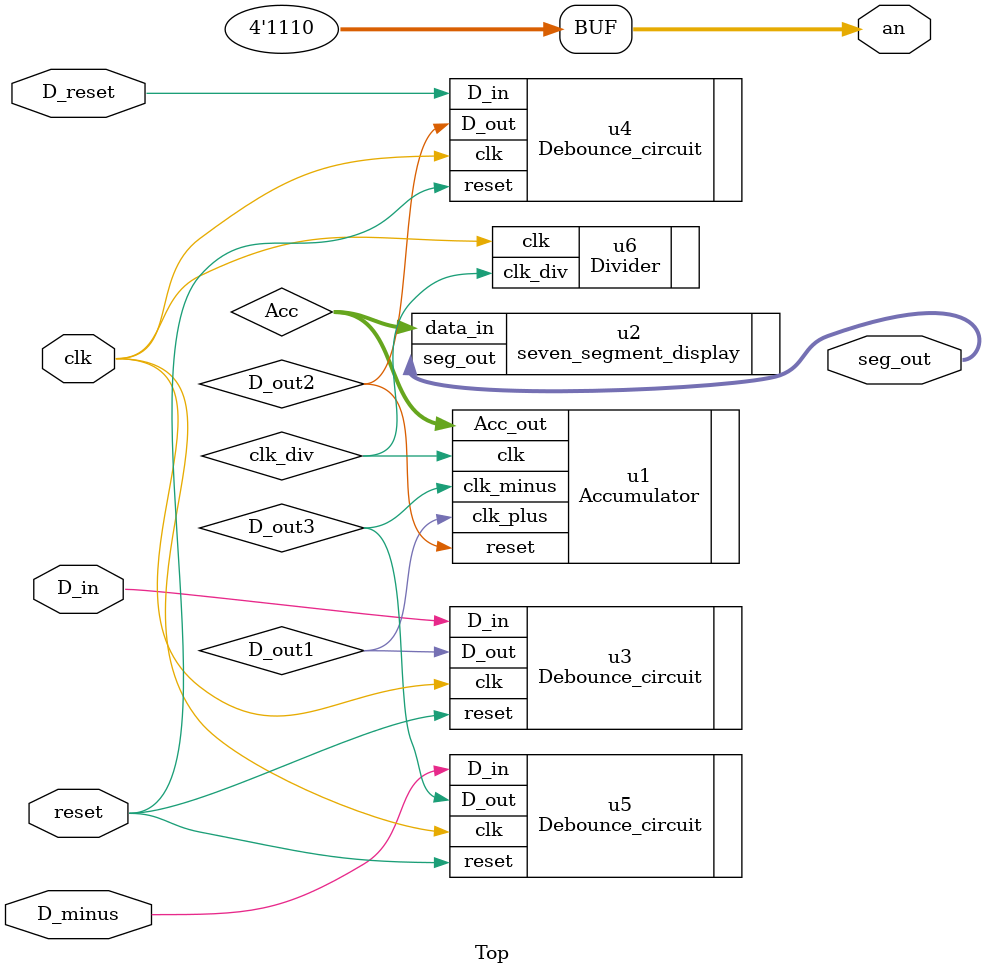
<source format=v>
module Top (input clk,
            input reset,
            input D_in,
            input D_reset,
            input D_minus,
            output [6:0] seg_out,
            output [3:0] an);
    wire D_out1, D_out2, D_out3;
    wire [3:0] Acc ;
    wire clk_div;
    
    Debounce_circuit u3(.clk(clk), .reset(reset), .D_in(D_in),    .D_out(D_out1));
    Debounce_circuit u4(.clk(clk), .reset(reset), .D_in(D_reset), .D_out(D_out2));
    Debounce_circuit u5(.clk(clk), .reset(reset), .D_in(D_minus), .D_out(D_out3));
    Divider u6 (.clk(clk), .clk_div(clk_div));
    
    Accumulator u1 (.clk(clk_div), .clk_plus(D_out1), .reset(D_out2), .clk_minus(D_out3), .Acc_out(Acc));
    
    seven_segment_display u2 (.data_in(Acc), .seg_out(seg_out));
    
    assign an = 4'b1110;
    
endmodule //Top

</source>
